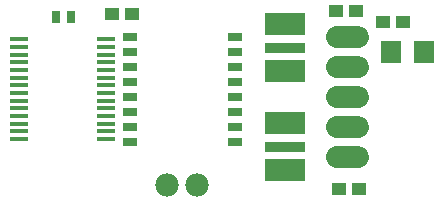
<source format=gbs>
G75*
G70*
%OFA0B0*%
%FSLAX24Y24*%
%IPPOS*%
%LPD*%
%AMOC8*
5,1,8,0,0,1.08239X$1,22.5*
%
%ADD10R,0.0590X0.0177*%
%ADD11R,0.0512X0.0276*%
%ADD12R,0.0316X0.0394*%
%ADD13R,0.0473X0.0434*%
%ADD14R,0.1379X0.0768*%
%ADD15R,0.1379X0.0355*%
%ADD16C,0.0780*%
%ADD17C,0.0749*%
%ADD18R,0.0670X0.0749*%
D10*
X004418Y003282D03*
X004418Y003538D03*
X004418Y003793D03*
X004418Y004049D03*
X004418Y004305D03*
X004418Y004561D03*
X004418Y004817D03*
X004418Y005073D03*
X004418Y005329D03*
X004418Y005585D03*
X004418Y005841D03*
X004418Y006097D03*
X004418Y006353D03*
X004418Y006608D03*
X007297Y006608D03*
X007297Y006353D03*
X007297Y006097D03*
X007297Y005841D03*
X007297Y005585D03*
X007297Y005329D03*
X007297Y005073D03*
X007297Y004817D03*
X007297Y004561D03*
X007297Y004305D03*
X007297Y004049D03*
X007297Y003793D03*
X007297Y003538D03*
X007297Y003282D03*
D11*
X008108Y003195D03*
X008108Y003695D03*
X008108Y004195D03*
X008108Y004695D03*
X008108Y005195D03*
X008108Y005695D03*
X008108Y006195D03*
X008108Y006695D03*
X011608Y006695D03*
X011608Y006195D03*
X011608Y005695D03*
X011608Y005195D03*
X011608Y004695D03*
X011608Y004195D03*
X011608Y003695D03*
X011608Y003195D03*
D12*
X006141Y007339D03*
X005629Y007339D03*
D13*
X007515Y007445D03*
X008184Y007445D03*
X014966Y007535D03*
X015635Y007535D03*
X016523Y007195D03*
X017192Y007195D03*
X015733Y001604D03*
X015063Y001604D03*
D14*
X013282Y002235D03*
X013282Y003810D03*
X013276Y005538D03*
X013276Y007112D03*
D15*
X013276Y006325D03*
X013282Y003023D03*
D16*
X010324Y001766D03*
X009324Y001766D03*
D17*
X015003Y002695D02*
X015712Y002695D01*
X015712Y003695D02*
X015003Y003695D01*
X015003Y004695D02*
X015712Y004695D01*
X015712Y005695D02*
X015003Y005695D01*
X015003Y006695D02*
X015712Y006695D01*
D18*
X016806Y006195D03*
X017909Y006195D03*
M02*

</source>
